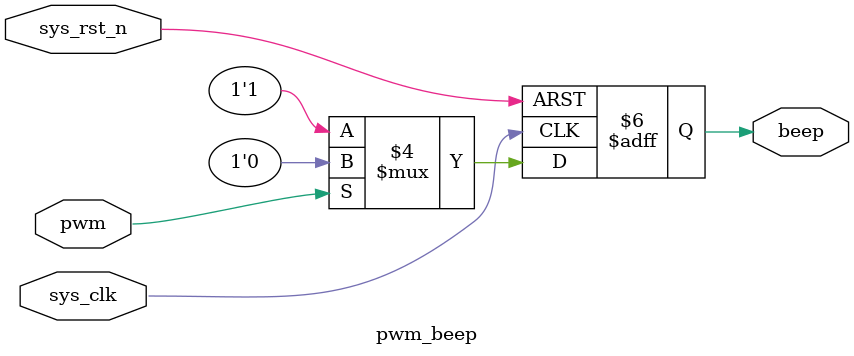
<source format=v>
module pwm_beep(
    input   wire    sys_clk     ,
    input   wire    sys_rst_n   ,
    input   wire    pwm         ,

    output  reg     beep
);
always @(posedge sys_clk or negedge sys_rst_n)begin
    if(!sys_rst_n)begin
        beep <= 1'b1;
    end 
    else if(pwm)begin
        beep <= 1'b0;
    end
    else begin
        beep <= 1'b1;
    end  
end 
endmodule 
</source>
